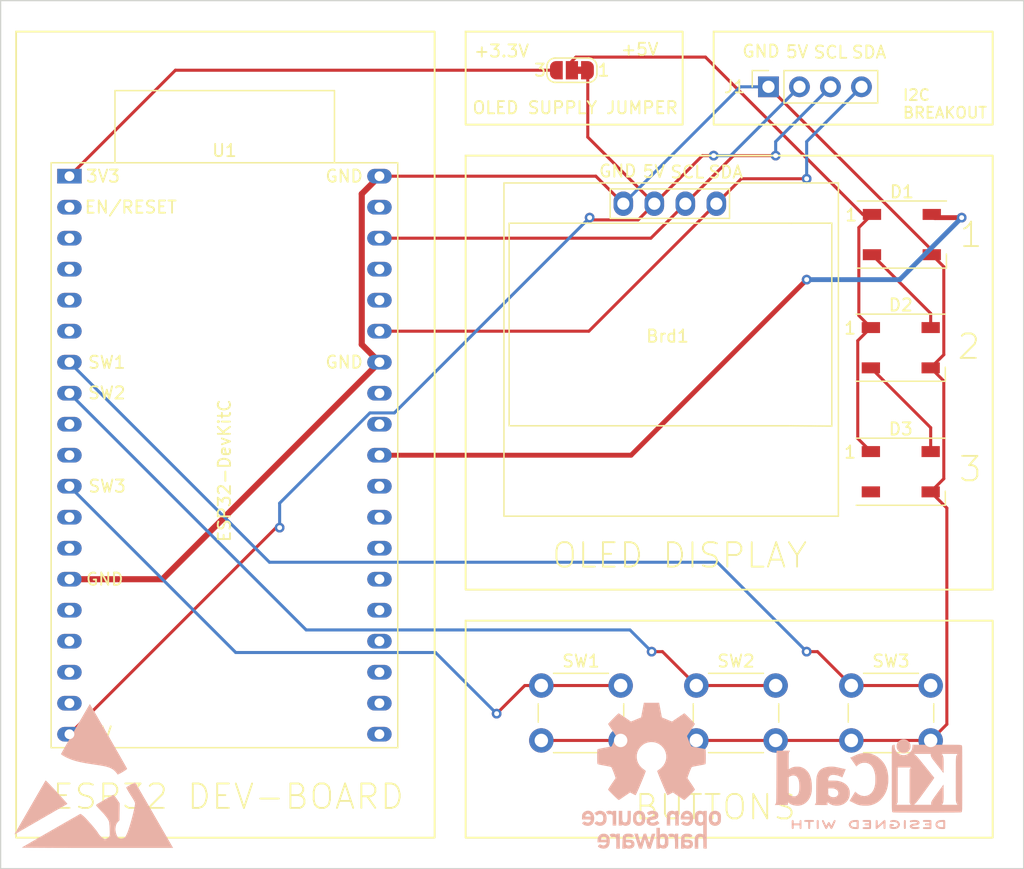
<source format=kicad_pcb>
(kicad_pcb (version 20221018) (generator pcbnew)
  (layers (0 "F.Cu" signal) (31 "B.Cu" signal) (34 "B.Paste" user) (35 "F.Paste" user) (36 "B.SilkS" user "B.Silkscreen") (37 "F.SilkS" user "F.Silkscreen") (38 "B.Mask" user) (39 "F.Mask" user) (44 "Edge.Cuts" user))
  (net 0 "")
  (net 1 "+5V")
  (net 2 "GND")
  (net 3 "/SCL")
  (net 4 "/SDA")
  (net 5 "Net-(D1-VDD)")
  (net 6 "Net-(D1-DOUT)")
  (net 7 "/LED")
  (net 8 "Net-(D2-DOUT)")
  (net 10 "+3.3V")
  (net 11 "/SW3")
  (net 12 "/SW2")
  (net 13 "/SW1")
  (footprint "LED_SMD:LED_WS2812B_PLCC4_5.0x5.0mm_P3.2mm" (layer "F.Cu") (at 180.52 77.587795)
    (fp_text reference "D1" (at 0 -3.5) (layer "F.SilkS"))
    (fp_text value "WS2812B")
    (fp_text user "1" (at -4.15 -1.6) (layer "F.SilkS"))
    (pad "1" smd rect (at -2.45 -1.65) (size 1.5 0.9) (layers "F.Cu" "F.Paste" "F.Mask") (net 5 "Net-(D1-VDD)"))
    (pad "2" smd rect (at -2.45 1.65) (size 1.5 0.9) (layers "F.Cu" "F.Paste" "F.Mask") (net 6 "Net-(D1-DOUT)"))
    (pad "3" smd rect (at 2.45 1.65) (size 1.5 0.9) (layers "F.Cu" "F.Paste" "F.Mask") (net 2 "GND"))
    (pad "4" smd rect (at 2.45 -1.65) (size 1.5 0.9) (layers "F.Cu" "F.Paste" "F.Mask") (net 7 "/LED"))
  )
  (footprint "Connector_PinSocket_2.54mm:PinSocket_1x04_P2.54mm_Vertical" (layer "F.Cu") (at 169.590279 65.481827 90)
    (fp_text reference "J1" (at 0 -2.77 180) (layer "F.SilkS"))
    (fp_text value "I2C BREAKOUT" hide)
    (pad "1" thru_hole rect (at 0 0 90) (size 1.7 1.7) (drill 1) (layers "*.Cu" "*.Mask") (net 2 "GND"))
    (pad "2" thru_hole oval (at 0 2.54 90) (size 1.7 1.7) (drill 1) (layers "*.Cu" "*.Mask") (net 1 "+5V"))
    (pad "3" thru_hole oval (at 0 5.08 90) (size 1.7 1.7) (drill 1) (layers "*.Cu" "*.Mask") (net 3 "/SCL"))
    (pad "4" thru_hole oval (at 0 7.62 90) (size 1.7 1.7) (drill 1) (layers "*.Cu" "*.Mask") (net 4 "/SDA"))
  )
  (footprint "SSD1306:128x64OLED_No_Holes" (layer "F.Cu") (at 161.32 85.66)
    (fp_text reference "Brd1" (at 0 0.254) (layer "F.SilkS"))
    (fp_text value "SSD1306")
    (pad "1" thru_hole oval (at -3.62 -10.6 90) (size 2 1.6) (drill 1) (layers "*.Cu" "*.Mask") (net 2 "GND"))
    (pad "2" thru_hole oval (at -1.08 -10.6 90) (size 2 1.6) (drill 1) (layers "*.Cu" "*.Mask") (net 1 "+5V"))
    (pad "3" thru_hole oval (at 1.46 -10.6 90) (size 2 1.6) (drill 1) (layers "*.Cu" "*.Mask") (net 3 "/SCL"))
    (pad "4" thru_hole oval (at 4 -10.6 90) (size 2 1.6) (drill 1) (layers "*.Cu" "*.Mask") (net 4 "/SDA"))
  )
  (footprint "Button_Switch_THT:SW_PUSH_6mm" (layer "F.Cu") (at 176.38 114.535109)
    (fp_text reference "SW3" (at 3.25 -2) (layer "F.SilkS"))
    (fp_text value "SW_Push")
    (pad "1" thru_hole circle (at 0 0 90) (size 2 2) (drill 1.1) (layers "*.Cu" "*.Mask") (net 13 "/SW1"))
    (pad "1" thru_hole circle (at 6.5 0 90) (size 2 2) (drill 1.1) (layers "*.Cu" "*.Mask") (net 13 "/SW1"))
    (pad "2" thru_hole circle (at 0 4.5 90) (size 2 2) (drill 1.1) (layers "*.Cu" "*.Mask") (net 2 "GND"))
    (pad "2" thru_hole circle (at 6.5 4.5 90) (size 2 2) (drill 1.1) (layers "*.Cu" "*.Mask") (net 2 "GND"))
  )
  (footprint "PCM_Espressif:ESP32-DevKitC" (layer "F.Cu") (at 112.319208 72.805507)
    (fp_text reference "U1" (at 12.7 -2.1) (layer "F.SilkS"))
    (fp_text value "ESP32-DevKitC" (at 12.7 24.13 90) (layer "F.SilkS"))
    (fp_text user "EN/RESET" (at 8.88632 2.53728 unlocked) (layer "F.SilkS") (effects (justify right)))
    (fp_text user "GND" (at 24.13 15.24 unlocked) (layer "F.SilkS") (effects (justify right)))
    (fp_text user "GND" (at 1.27 33.02 unlocked) (layer "F.SilkS") (effects (justify left)))
    (fp_text user "3V3" (at 1.27 0 unlocked) (layer "F.SilkS") (effects (justify left)))
    (fp_text user "GND" (at 24.13 0 unlocked) (layer "F.SilkS") (effects (justify right)))
    (pad "1" thru_hole rect (at 0 0 270) (size 1.2 2) (drill 0.8) (layers "*.Cu" "*.Mask") (net 10 "+3.3V"))
    (pad "2" thru_hole oval (at 0 2.54 270) (size 1.2 2) (drill 0.8) (layers "*.Cu" "*.Mask"))
    (pad "3" thru_hole oval (at 0 5.08 270) (size 1.2 2) (drill 0.8) (layers "*.Cu" "*.Mask"))
    (pad "4" thru_hole oval (at 0 7.62 270) (size 1.2 2) (drill 0.8) (layers "*.Cu" "*.Mask"))
    (pad "5" thru_hole oval (at 0 10.16 270) (size 1.2 2) (drill 0.8) (layers "*.Cu" "*.Mask"))
    (pad "6" thru_hole oval (at 0 12.7 270) (size 1.2 2) (drill 0.8) (layers "*.Cu" "*.Mask"))
    (pad "7" thru_hole oval (at 0 15.24 270) (size 1.2 2) (drill 0.8) (layers "*.Cu" "*.Mask") (net 13 "/SW1"))
    (pad "8" thru_hole oval (at 0 17.78 270) (size 1.2 2) (drill 0.8) (layers "*.Cu" "*.Mask") (net 12 "/SW2"))
    (pad "9" thru_hole oval (at 0 20.32 270) (size 1.2 2) (drill 0.8) (layers "*.Cu" "*.Mask"))
    (pad "10" thru_hole oval (at 0 22.86 270) (size 1.2 2) (drill 0.8) (layers "*.Cu" "*.Mask"))
    (pad "11" thru_hole oval (at 0 25.4 270) (size 1.2 2) (drill 0.8) (layers "*.Cu" "*.Mask") (net 11 "/SW3"))
    (pad "12" thru_hole oval (at 0 27.94 270) (size 1.2 2) (drill 0.8) (layers "*.Cu" "*.Mask"))
    (pad "13" thru_hole oval (at 0 30.48 270) (size 1.2 2) (drill 0.8) (layers "*.Cu" "*.Mask"))
    (pad "14" thru_hole oval (at 0 33.02 270) (size 1.2 2) (drill 0.8) (layers "*.Cu" "*.Mask") (net 2 "GND"))
    (pad "15" thru_hole oval (at 0 35.56 270) (size 1.2 2) (drill 0.8) (layers "*.Cu" "*.Mask"))
    (pad "16" thru_hole oval (at 0 38.1 270) (size 1.2 2) (drill 0.8) (layers "*.Cu" "*.Mask"))
    (pad "17" thru_hole oval (at 0 40.64 270) (size 1.2 2) (drill 0.8) (layers "*.Cu" "*.Mask"))
    (pad "18" thru_hole oval (at 0 43.18 270) (size 1.2 2) (drill 0.8) (layers "*.Cu" "*.Mask"))
    (pad "19" thru_hole oval (at 0 45.72 270) (size 1.2 2) (drill 0.8) (layers "*.Cu" "*.Mask") (net 1 "+5V"))
    (pad "20" thru_hole oval (at 25.39632 45.71728 270) (size 1.2 2) (drill 0.8) (layers "*.Cu" "*.Mask"))
    (pad "21" thru_hole oval (at 25.39632 43.17728 270) (size 1.2 2) (drill 0.8) (layers "*.Cu" "*.Mask"))
    (pad "22" thru_hole oval (at 25.4 40.64 270) (size 1.2 2) (drill 0.8) (layers "*.Cu" "*.Mask"))
    (pad "23" thru_hole oval (at 25.4 38.1 270) (size 1.2 2) (drill 0.8) (layers "*.Cu" "*.Mask"))
    (pad "24" thru_hole oval (at 25.4 35.56 270) (size 1.2 2) (drill 0.8) (layers "*.Cu" "*.Mask"))
    (pad "25" thru_hole oval (at 25.4 33.02 270) (size 1.2 2) (drill 0.8) (layers "*.Cu" "*.Mask"))
    (pad "26" thru_hole oval (at 25.4 30.48 270) (size 1.2 2) (drill 0.8) (layers "*.Cu" "*.Mask"))
    (pad "27" thru_hole oval (at 25.4 27.94 270) (size 1.2 2) (drill 0.8) (layers "*.Cu" "*.Mask"))
    (pad "28" thru_hole oval (at 25.4 25.4 270) (size 1.2 2) (drill 0.8) (layers "*.Cu" "*.Mask"))
    (pad "29" thru_hole oval (at 25.4 22.86 270) (size 1.2 2) (drill 0.8) (layers "*.Cu" "*.Mask") (net 7 "/LED"))
    (pad "30" thru_hole oval (at 25.4 20.32 270) (size 1.2 2) (drill 0.8) (layers "*.Cu" "*.Mask"))
    (pad "31" thru_hole oval (at 25.4 17.78 270) (size 1.2 2) (drill 0.8) (layers "*.Cu" "*.Mask"))
    (pad "32" thru_hole oval (at 25.4 15.24 270) (size 1.2 2) (drill 0.8) (layers "*.Cu" "*.Mask") (net 2 "GND"))
    (pad "33" thru_hole oval (at 25.4 12.7 270) (size 1.2 2) (drill 0.8) (layers "*.Cu" "*.Mask") (net 4 "/SDA"))
    (pad "34" thru_hole oval (at 25.4 10.16 270) (size 1.2 2) (drill 0.8) (layers "*.Cu" "*.Mask"))
    (pad "35" thru_hole oval (at 25.4 7.62 270) (size 1.2 2) (drill 0.8) (layers "*.Cu" "*.Mask"))
    (pad "36" thru_hole oval (at 25.4 5.08 270) (size 1.2 2) (drill 0.8) (layers "*.Cu" "*.Mask") (net 3 "/SCL"))
    (pad "37" thru_hole oval (at 25.4 2.54 270) (size 1.2 2) (drill 0.8) (layers "*.Cu" "*.Mask"))
    (pad "38" thru_hole oval (at 25.4 0 270) (size 1.2 2) (drill 0.8) (layers "*.Cu" "*.Mask") (net 2 "GND"))
  )
  (footprint "Jumper:SolderJumper-3_P1.3mm_Bridged12_RoundedPad1.0x1.5mm_NumberLabels" (layer "F.Cu") (at 153.486402 64.123762 180)
    (fp_text reference "JP1" hide)
    (fp_text value "SolderJumper_5V_3V3" hide)
    (fp_text user "3" (at 2.6 0) (layer "F.SilkS"))
    (fp_text user "1" (at -2.6 0) (layer "F.SilkS"))
    (fp_poly (pts (xy -0.9 -0.3) (xy -0.4 -0.3) (xy -0.4 0.3) (xy -0.9 0.3)) (fill solid) (layer "F.Cu"))
    (pad "1" smd custom (at -1.3 0 180) (size 1 0.5) (layers "F.Cu" "F.Mask") (net 1 "+5V") (options (clearance outline) (anchor rect)) (primitives (gr_poly (pts (xy 0.55 0.75) (xy 0 0.75) (xy 0 -0.75) (xy 0.55 -0.75)) (width 0) (fill yes)) (gr_circle (center 0 0.25) (end 0.5 0.25) (width 0) (fill yes)) (gr_circle (center 0 -0.25) (end 0.5 -0.25) (width 0) (fill yes))))
    (pad "2" smd rect (at 0 0 180) (size 1 1.5) (layers "F.Cu" "F.Mask") (net 5 "Net-(D1-VDD)"))
    (pad "3" smd custom (at 1.3 0 180) (size 1 0.5) (layers "F.Cu" "F.Mask") (net 10 "+3.3V") (options (clearance outline) (anchor rect)) (primitives (gr_circle (center 0 0.25) (end 0.5 0.25) (width 0) (fill yes)) (gr_circle (center 0 -0.25) (end 0.5 -0.25) (width 0) (fill yes)) (gr_poly (pts (xy 0 0.75) (xy -0.55 0.75) (xy -0.55 -0.75) (xy 0 -0.75)) (width 0) (fill yes))))
  )
  (footprint "Button_Switch_THT:SW_PUSH_6mm" (layer "F.Cu") (at 163.68 114.535109)
    (fp_text reference "SW2" (at 3.25 -2) (layer "F.SilkS"))
    (fp_text value "SW_Push")
    (pad "1" thru_hole circle (at 0 0 90) (size 2 2) (drill 1.1) (layers "*.Cu" "*.Mask") (net 12 "/SW2"))
    (pad "1" thru_hole circle (at 6.5 0 90) (size 2 2) (drill 1.1) (layers "*.Cu" "*.Mask") (net 12 "/SW2"))
    (pad "2" thru_hole circle (at 0 4.5 90) (size 2 2) (drill 1.1) (layers "*.Cu" "*.Mask") (net 2 "GND"))
    (pad "2" thru_hole circle (at 6.5 4.5 90) (size 2 2) (drill 1.1) (layers "*.Cu" "*.Mask") (net 2 "GND"))
  )
  (footprint "LED_SMD:LED_WS2812B_PLCC4_5.0x5.0mm_P3.2mm" (layer "F.Cu") (at 180.43 86.857795)
    (fp_text reference "D2" (at 0 -3.5) (layer "F.SilkS"))
    (fp_text value "WS2812B")
    (fp_text user "1" (at -4.15 -1.6) (layer "F.SilkS"))
    (pad "1" smd rect (at -2.45 -1.65) (size 1.5 0.9) (layers "F.Cu" "F.Paste" "F.Mask") (net 5 "Net-(D1-VDD)"))
    (pad "2" smd rect (at -2.45 1.65) (size 1.5 0.9) (layers "F.Cu" "F.Paste" "F.Mask") (net 8 "Net-(D2-DOUT)"))
    (pad "3" smd rect (at 2.45 1.65) (size 1.5 0.9) (layers "F.Cu" "F.Paste" "F.Mask") (net 2 "GND"))
    (pad "4" smd rect (at 2.45 -1.65) (size 1.5 0.9) (layers "F.Cu" "F.Paste" "F.Mask") (net 6 "Net-(D1-DOUT)"))
  )
  (footprint "Button_Switch_THT:SW_PUSH_6mm" (layer "F.Cu") (at 150.98 114.535109)
    (fp_text reference "SW1" (at 3.25 -2) (layer "F.SilkS"))
    (fp_text value "SW_Push")
    (pad "1" thru_hole circle (at 0 0 90) (size 2 2) (drill 1.1) (layers "*.Cu" "*.Mask") (net 11 "/SW3"))
    (pad "1" thru_hole circle (at 6.5 0 90) (size 2 2) (drill 1.1) (layers "*.Cu" "*.Mask") (net 11 "/SW3"))
    (pad "2" thru_hole circle (at 0 4.5 90) (size 2 2) (drill 1.1) (layers "*.Cu" "*.Mask") (net 2 "GND"))
    (pad "2" thru_hole circle (at 6.5 4.5 90) (size 2 2) (drill 1.1) (layers "*.Cu" "*.Mask") (net 2 "GND"))
  )
  (footprint "LED_SMD:LED_WS2812B_PLCC4_5.0x5.0mm_P3.2mm" (layer "F.Cu") (at 180.43 97.017795)
    (fp_text reference "D3" (at 0 -3.5) (layer "F.SilkS"))
    (fp_text value "WS2812B")
    (fp_text user "1" (at -4.15 -1.6) (layer "F.SilkS"))
    (pad "1" smd rect (at -2.45 -1.65) (size 1.5 0.9) (layers "F.Cu" "F.Paste" "F.Mask") (net 5 "Net-(D1-VDD)"))
    (pad "2" smd rect (at -2.45 1.65) (size 1.5 0.9) (layers "F.Cu" "F.Paste" "F.Mask"))
    (pad "3" smd rect (at 2.45 1.65) (size 1.5 0.9) (layers "F.Cu" "F.Paste" "F.Mask") (net 2 "GND"))
    (pad "4" smd rect (at 2.45 -1.65) (size 1.5 0.9) (layers "F.Cu" "F.Paste" "F.Mask") (net 8 "Net-(D2-DOUT)"))
  )
  (footprint "Symbol:ESD-Logo_13.2x12mm_SilkScreen" (layer "B.Cu") (at 114.3 121.92 180)
    (fp_text reference "REF**" hide)
    (fp_text value "ESD-Logo_13.2x12mm_SilkScreen" hide)
  )
  (footprint "Symbol:OSHW-Logo_11.4x12mm_SilkScreen" (layer "B.Cu") (at 160.02 121.92 180)
    (fp_text reference "REF**" hide)
    (fp_text value "OSHW-Logo_11.4x12mm_SilkScreen" hide)
  )
  (footprint "Symbol:KiCad-Logo2_6mm_SilkScreen" (layer "B.Cu") (at 177.8 121.92 180)
    (fp_text reference "REF**" hide)
    (fp_text value "KiCad-Logo2_6mm_SilkScreen" hide)
  )
  (gr_rect (start 144.78 60.96) (end 162.56 68.58) (stroke (width 0.15)) (fill none) (layer "F.SilkS"))
  (gr_rect (start 144.78 71.12) (end 187.96 106.68) (stroke (width 0.15)) (fill none) (layer "F.SilkS"))
  (gr_rect (start 165.1 60.96) (end 187.96 68.58) (stroke (width 0.15)) (fill none) (layer "F.SilkS"))
  (gr_rect (start 107.95 60.96) (end 142.24 127) (stroke (width 0.15)) (fill none) (layer "F.SilkS"))
  (gr_rect (start 144.78 109.22) (end 187.96 127) (stroke (width 0.15)) (fill none) (layer "F.SilkS"))
  (gr_rect (start 106.68 58.42) (end 190.5 129.54) (stroke (width 0.1)) (fill none) (layer "Edge.Cuts"))
  (gr_text "I2C\nBREAKOUT" (at 180.519691 68.13405) (layer "F.SilkS") (effects (font (size 0.9 0.9)) (justify left bottom)))
  (gr_text "OLED DISPLAY" (at 151.740509 105.044869) (layer "F.SilkS") (effects (font (size 2 2)) (justify left bottom)))
  (gr_text "BUTTONS\n" (at 158.530167 125.670503) (layer "F.SilkS") (effects (font (size 2 2)) (justify left bottom)))
  (gr_text "5V" (at 113.890191 119.011968) (layer "F.SilkS") (effects (font (size 1 1)) (justify left bottom)))
  (gr_text "SW3" (at 113.785059 98.790855) (layer "F.SilkS") (effects (font (size 1 1)) (justify left bottom)))
  (gr_text "SCL" (at 161.466505 73.054858) (layer "F.SilkS") (effects (font (size 1 1)) (justify left bottom)))
  (gr_text "SDA" (at 164.589463 73.054858) (layer "F.SilkS") (effects (font (size 1 1)) (justify left bottom)))
  (gr_text "1" (at 185.139672 78.781488) (layer "F.SilkS") (effects (font (size 2 2)) (justify left bottom)))
  (gr_text "5V" (at 170.929182 63.195437) (layer "F.SilkS") (effects (font (size 1 1)) (justify left bottom)))
  (gr_text "3" (at 185.078333 97.971894) (layer "F.SilkS") (effects (font (size 2 2)) (justify left bottom)))
  (gr_text "SCL" (at 173.200425 63.235995) (layer "F.SilkS") (effects (font (size 1 1)) (justify left bottom)))
  (gr_text "SW2" (at 113.759501 91.149083) (layer "F.SilkS") (effects (font (size 1 1)) (justify left bottom)))
  (gr_text "ESP32 DEV-BOARD" (at 110.803254 124.813377) (layer "F.SilkS") (effects (font (size 2 2)) (justify left bottom)))
  (gr_text "GND" (at 155.626167 72.973742) (layer "F.SilkS") (effects (font (size 1 1)) (justify left bottom)))
  (gr_text "+3.3V" (at 145.385358 63.138482) (layer "F.SilkS") (effects (font (size 1 1)) (justify left bottom)))
  (gr_text "SDA" (at 176.323383 63.235995) (layer "F.SilkS") (effects (font (size 1 1)) (justify left bottom)))
  (gr_text "SW1" (at 113.759501 88.644422) (layer "F.SilkS") (effects (font (size 1 1)) (justify left bottom)))
  (gr_text "OLED SUPPLY JUMPER" (at 145.251946 67.782827) (layer "F.SilkS") (effects (font (size 1 1)) (justify left bottom)))
  (gr_text "GND" (at 167.360087 63.154879) (layer "F.SilkS") (effects (font (size 1 1)) (justify left bottom)))
  (gr_text "2" (at 184.955656 87.943026) (layer "F.SilkS") (effects (font (size 2 2)) (justify left bottom)))
  (gr_text "+5V" (at 157.420503 63.004118) (layer "F.SilkS") (effects (font (size 1 1)) (justify left bottom)))
  (gr_text "5V" (at 159.195262 73.0143) (layer "F.SilkS") (effects (font (size 1 1)) (justify left bottom)))
  (segment (start 158.915 76.385) (end 155.125 76.385) (width 0.25) (layer "F.Cu") (net 1))
  (segment (start 129.244715 101.6) (end 112.319208 118.525507) (width 0.25) (layer "F.Cu") (net 1))
  (segment (start 154.786402 64.123762) (end 154.786402 69.606402) (width 0.25) (layer "F.Cu") (net 1))
  (segment (start 160.24 75.06) (end 158.915 76.385) (width 0.25) (layer "F.Cu") (net 1))
  (segment (start 129.54 101.6) (end 129.244715 101.6) (width 0.25) (layer "F.Cu") (net 1))
  (segment (start 155.125 76.385) (end 154.94 76.2) (width 0.25) (layer "F.Cu") (net 1))
  (segment (start 154.786402 69.606402) (end 160.24 75.06) (width 0.25) (layer "F.Cu") (net 1))
  (segment (start 164.18 71.12) (end 165.1 71.12) (width 0.25) (layer "F.Cu") (net 1))
  (segment (start 160.24 75.06) (end 164.18 71.12) (width 0.25) (layer "F.Cu") (net 1))
  (via (at 154.94 76.2) (size 0.8) (drill 0.4) (layers "F.Cu" "B.Cu") (net 1))
  (via (at 165.1 71.12) (size 0.8) (drill 0.4) (layers "F.Cu" "B.Cu") (net 1))
  (via (at 129.54 101.6) (size 0.8) (drill 0.4) (layers "F.Cu" "B.Cu") (net 1))
  (segment (start 138.939493 92.200507) (end 136.93606 92.200507) (width 0.25) (layer "B.Cu") (net 1))
  (segment (start 129.54 99.596567) (end 129.54 101.6) (width 0.25) (layer "B.Cu") (net 1))
  (segment (start 166.492106 71.12) (end 172.130279 65.481827) (width 0.25) (layer "B.Cu") (net 1))
  (segment (start 154.94 76.2) (end 138.939493 92.200507) (width 0.25) (layer "B.Cu") (net 1))
  (segment (start 165.1 71.12) (end 166.492106 71.12) (width 0.25) (layer "B.Cu") (net 1))
  (segment (start 136.93606 92.200507) (end 129.54 99.596567) (width 0.25) (layer "B.Cu") (net 1))
  (segment (start 182.88 119.035109) (end 184.205 117.710109) (width 0.25) (layer "F.Cu") (net 2))
  (segment (start 136.269208 74.255507) (end 137.719208 72.805507) (width 0.5) (layer "F.Cu") (net 2))
  (segment (start 182.88 88.507795) (end 183.955 89.582795) (width 0.25) (layer "F.Cu") (net 2))
  (segment (start 136.269208 86.595507) (end 136.269208 74.255507) (width 0.5) (layer "F.Cu") (net 2))
  (segment (start 163.68 119.035109) (end 170.18 119.035109) (width 0.25) (layer "F.Cu") (net 2))
  (segment (start 183.955 89.582795) (end 183.955 97.592795) (width 0.25) (layer "F.Cu") (net 2))
  (segment (start 170.18 119.035109) (end 176.38 119.035109) (width 0.25) (layer "F.Cu") (net 2))
  (segment (start 119.939208 105.825507) (end 137.719208 88.045507) (width 0.5) (layer "F.Cu") (net 2))
  (segment (start 184.205 117.710109) (end 184.205 99.992795) (width 0.25) (layer "F.Cu") (net 2))
  (segment (start 176.38 119.035109) (end 182.88 119.035109) (width 0.25) (layer "F.Cu") (net 2))
  (segment (start 182.97 78.861548) (end 182.97 79.237795) (width 0.25) (layer "F.Cu") (net 2))
  (segment (start 169.590279 65.481827) (end 182.97 78.861548) (width 0.25) (layer "F.Cu") (net 2))
  (segment (start 183.955 97.592795) (end 182.88 98.667795) (width 0.25) (layer "F.Cu") (net 2))
  (segment (start 182.97 79.237795) (end 183.955 80.222795) (width 0.25) (layer "F.Cu") (net 2))
  (segment (start 155.445507 72.805507) (end 157.7 75.06) (width 0.25) (layer "F.Cu") (net 2))
  (segment (start 137.719208 88.045507) (end 136.269208 86.595507) (width 0.5) (layer "F.Cu") (net 2))
  (segment (start 150.98 119.035109) (end 157.48 119.035109) (width 0.25) (layer "F.Cu") (net 2))
  (segment (start 112.319208 105.825507) (end 119.939208 105.825507) (width 0.5) (layer "F.Cu") (net 2))
  (segment (start 157.48 119.035109) (end 163.68 119.035109) (width 0.25) (layer "F.Cu") (net 2))
  (segment (start 137.719208 72.805507) (end 155.445507 72.805507) (width 0.25) (layer "F.Cu") (net 2))
  (segment (start 183.955 80.222795) (end 183.955 87.432795) (width 0.25) (layer "F.Cu") (net 2))
  (segment (start 183.955 87.432795) (end 182.88 88.507795) (width 0.25) (layer "F.Cu") (net 2))
  (segment (start 184.205 99.992795) (end 182.88 98.667795) (width 0.25) (layer "F.Cu") (net 2))
  (segment (start 157.7 75.06) (end 167.278173 65.481827) (width 0.25) (layer "B.Cu") (net 2))
  (segment (start 167.278173 65.481827) (end 169.590279 65.481827) (width 0.25) (layer "B.Cu") (net 2))
  (segment (start 162.78 75.06) (end 166.72 71.12) (width 0.25) (layer "F.Cu") (net 3))
  (segment (start 159.954493 77.885507) (end 137.719208 77.885507) (width 0.25) (layer "F.Cu") (net 3))
  (segment (start 162.78 75.06) (end 159.954493 77.885507) (width 0.25) (layer "F.Cu") (net 3))
  (segment (start 166.72 71.12) (end 170.18 71.12) (width 0.25) (layer "F.Cu") (net 3))
  (via (at 170.18 71.12) (size 0.8) (drill 0.4) (layers "F.Cu" "B.Cu") (net 3))
  (segment (start 170.18 69.972106) (end 174.670279 65.481827) (width 0.25) (layer "B.Cu") (net 3))
  (segment (start 170.18 71.12) (end 170.18 69.972106) (width 0.25) (layer "B.Cu") (net 3))
  (segment (start 165.32 75.06) (end 154.874493 85.505507) (width 0.25) (layer "F.Cu") (net 4))
  (segment (start 167.3645 73.0155) (end 172.72 73.0155) (width 0.25) (layer "F.Cu") (net 4))
  (segment (start 154.874493 85.505507) (end 137.719208 85.505507) (width 0.25) (layer "F.Cu") (net 4))
  (segment (start 165.32 75.06) (end 167.3645 73.0155) (width 0.25) (layer "F.Cu") (net 4))
  (via (at 172.72 73.0155) (size 0.8) (drill 0.4) (layers "F.Cu" "B.Cu") (net 4))
  (segment (start 172.72 69.972106) (end 177.210279 65.481827) (width 0.25) (layer "B.Cu") (net 4))
  (segment (start 172.72 73.0155) (end 172.72 69.972106) (width 0.25) (layer "B.Cu") (net 4))
  (segment (start 176.995 84.222795) (end 176.995 77.012795) (width 0.25) (layer "F.Cu") (net 5))
  (segment (start 176.905 94.292795) (end 176.905 86.282795) (width 0.25) (layer "F.Cu") (net 5))
  (segment (start 153.486402 64.123762) (end 153.486402 63.373762) (width 0.25) (layer "F.Cu") (net 5))
  (segment (start 177.98 85.207795) (end 176.995 84.222795) (width 0.25) (layer "F.Cu") (net 5))
  (segment (start 176.995 77.012795) (end 178.07 75.937795) (width 0.25) (layer "F.Cu") (net 5))
  (segment (start 164.430967 63.048762) (end 177.32 75.937795) (width 0.25) (layer "F.Cu") (net 5))
  (segment (start 153.811402 63.048762) (end 164.430967 63.048762) (width 0.25) (layer "F.Cu") (net 5))
  (segment (start 153.486402 63.373762) (end 153.811402 63.048762) (width 0.25) (layer "F.Cu") (net 5))
  (segment (start 177.32 75.937795) (end 178.07 75.937795) (width 0.25) (layer "F.Cu") (net 5))
  (segment (start 177.98 95.367795) (end 176.905 94.292795) (width 0.25) (layer "F.Cu") (net 5))
  (segment (start 176.905 86.282795) (end 177.98 85.207795) (width 0.25) (layer "F.Cu") (net 5))
  (segment (start 178.07 79.237795) (end 182.88 84.047795) (width 0.25) (layer "F.Cu") (net 6))
  (segment (start 182.88 84.047795) (end 182.88 85.207795) (width 0.25) (layer "F.Cu") (net 6))
  (segment (start 185.42 76.2) (end 183.232205 76.2) (width 0.4) (layer "F.Cu") (net 7))
  (segment (start 137.719208 95.665507) (end 158.334493 95.665507) (width 0.4) (layer "F.Cu") (net 7))
  (segment (start 158.334493 95.665507) (end 172.72 81.28) (width 0.4) (layer "F.Cu") (net 7))
  (segment (start 183.232205 76.2) (end 182.97 75.937795) (width 0.4) (layer "F.Cu") (net 7))
  (via (at 185.42 76.2) (size 0.8) (drill 0.4) (layers "F.Cu" "B.Cu") (net 7))
  (via (at 172.72 81.28) (size 0.8) (drill 0.4) (layers "F.Cu" "B.Cu") (net 7))
  (segment (start 180.34 81.28) (end 185.42 76.2) (width 0.4) (layer "B.Cu") (net 7))
  (segment (start 172.72 81.28) (end 180.34 81.28) (width 0.4) (layer "B.Cu") (net 7))
  (segment (start 182.88 93.407795) (end 182.88 95.367795) (width 0.25) (layer "F.Cu") (net 8))
  (segment (start 177.98 88.507795) (end 182.88 93.407795) (width 0.25) (layer "F.Cu") (net 8))
  (segment (start 121.000953 64.123762) (end 112.319208 72.805507) (width 0.25) (layer "F.Cu") (net 10))
  (segment (start 152.186402 64.123762) (end 121.000953 64.123762) (width 0.25) (layer "F.Cu") (net 10))
  (segment (start 150.98 114.535109) (end 157.48 114.535109) (width 0.25) (layer "F.Cu") (net 11))
  (segment (start 150.98 114.535109) (end 149.624891 114.535109) (width 0.25) (layer "F.Cu") (net 11))
  (segment (start 149.624891 114.535109) (end 147.32 116.84) (width 0.25) (layer "F.Cu") (net 11))
  (via (at 147.32 116.84) (size 0.8) (drill 0.4) (layers "F.Cu" "B.Cu") (net 11))
  (segment (start 142.310507 111.830507) (end 125.944208 111.830507) (width 0.25) (layer "B.Cu") (net 11))
  (segment (start 147.32 116.84) (end 142.310507 111.830507) (width 0.25) (layer "B.Cu") (net 11))
  (segment (start 125.944208 111.830507) (end 112.319208 98.205507) (width 0.25) (layer "B.Cu") (net 11))
  (segment (start 163.68 114.535109) (end 170.18 114.535109) (width 0.25) (layer "F.Cu") (net 12))
  (segment (start 160.904891 111.76) (end 160.02 111.76) (width 0.25) (layer "F.Cu") (net 12))
  (segment (start 163.68 114.535109) (end 160.904891 111.76) (width 0.25) (layer "F.Cu") (net 12))
  (via (at 160.02 111.76) (size 0.8) (drill 0.4) (layers "F.Cu" "B.Cu") (net 12))
  (segment (start 131.714208 109.980507) (end 112.319208 90.585507) (width 0.25) (layer "B.Cu") (net 12))
  (segment (start 160.02 111.76) (end 158.240507 109.980507) (width 0.25) (layer "B.Cu") (net 12))
  (segment (start 158.240507 109.980507) (end 131.714208 109.980507) (width 0.25) (layer "B.Cu") (net 12))
  (segment (start 176.38 114.535109) (end 182.88 114.535109) (width 0.25) (layer "F.Cu") (net 13))
  (segment (start 176.38 114.535109) (end 173.604891 111.76) (width 0.25) (layer "F.Cu") (net 13))
  (segment (start 173.604891 111.76) (end 172.72 111.76) (width 0.25) (layer "F.Cu") (net 13))
  (via (at 172.72 111.76) (size 0.8) (drill 0.4) (layers "F.Cu" "B.Cu") (net 13))
  (segment (start 128.708148 104.434447) (end 112.319208 88.045507) (width 0.25) (layer "B.Cu") (net 13))
  (segment (start 165.394447 104.434447) (end 128.708148 104.434447) (width 0.25) (layer "B.Cu") (net 13))
  (segment (start 172.72 111.76) (end 165.394447 104.434447) (width 0.25) (layer "B.Cu") (net 13))
)
</source>
